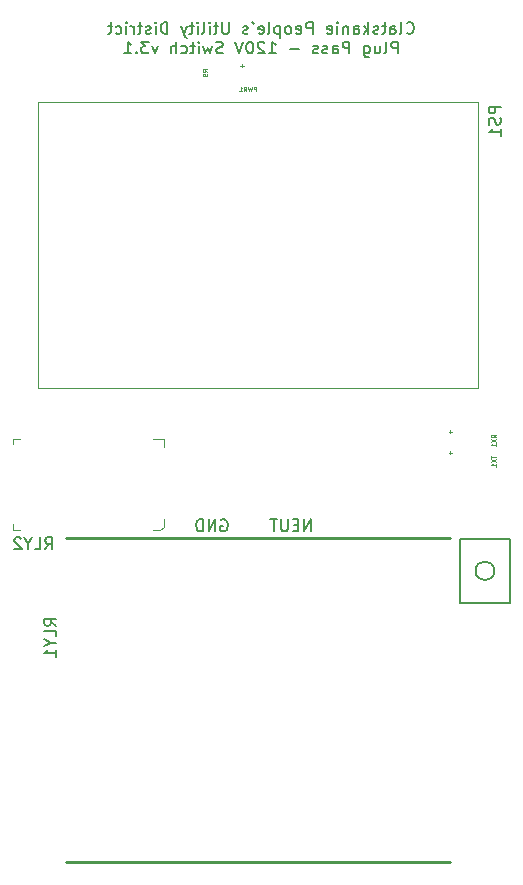
<source format=gbo>
G04 #@! TF.GenerationSoftware,KiCad,Pcbnew,(5.1.9)-1*
G04 #@! TF.CreationDate,2021-01-04T11:02:08-08:00*
G04 #@! TF.ProjectId,Plug_Pass,506c7567-5f50-4617-9373-2e6b69636164,v3.1*
G04 #@! TF.SameCoordinates,Original*
G04 #@! TF.FileFunction,Legend,Bot*
G04 #@! TF.FilePolarity,Positive*
%FSLAX46Y46*%
G04 Gerber Fmt 4.6, Leading zero omitted, Abs format (unit mm)*
G04 Created by KiCad (PCBNEW (5.1.9)-1) date 2021-01-04 11:02:08*
%MOMM*%
%LPD*%
G01*
G04 APERTURE LIST*
%ADD10C,0.150000*%
%ADD11C,0.120000*%
%ADD12C,0.127000*%
%ADD13C,0.250000*%
%ADD14C,0.100000*%
%ADD15C,0.038608*%
%ADD16C,0.050800*%
G04 APERTURE END LIST*
D10*
X165701714Y-55920142D02*
X165749333Y-55967761D01*
X165892190Y-56015380D01*
X165987428Y-56015380D01*
X166130285Y-55967761D01*
X166225523Y-55872523D01*
X166273142Y-55777285D01*
X166320761Y-55586809D01*
X166320761Y-55443952D01*
X166273142Y-55253476D01*
X166225523Y-55158238D01*
X166130285Y-55063000D01*
X165987428Y-55015380D01*
X165892190Y-55015380D01*
X165749333Y-55063000D01*
X165701714Y-55110619D01*
X165130285Y-56015380D02*
X165225523Y-55967761D01*
X165273142Y-55872523D01*
X165273142Y-55015380D01*
X164320761Y-56015380D02*
X164320761Y-55491571D01*
X164368380Y-55396333D01*
X164463619Y-55348714D01*
X164654095Y-55348714D01*
X164749333Y-55396333D01*
X164320761Y-55967761D02*
X164416000Y-56015380D01*
X164654095Y-56015380D01*
X164749333Y-55967761D01*
X164796952Y-55872523D01*
X164796952Y-55777285D01*
X164749333Y-55682047D01*
X164654095Y-55634428D01*
X164416000Y-55634428D01*
X164320761Y-55586809D01*
X163987428Y-55348714D02*
X163606476Y-55348714D01*
X163844571Y-55015380D02*
X163844571Y-55872523D01*
X163796952Y-55967761D01*
X163701714Y-56015380D01*
X163606476Y-56015380D01*
X163320761Y-55967761D02*
X163225523Y-56015380D01*
X163035047Y-56015380D01*
X162939809Y-55967761D01*
X162892190Y-55872523D01*
X162892190Y-55824904D01*
X162939809Y-55729666D01*
X163035047Y-55682047D01*
X163177904Y-55682047D01*
X163273142Y-55634428D01*
X163320761Y-55539190D01*
X163320761Y-55491571D01*
X163273142Y-55396333D01*
X163177904Y-55348714D01*
X163035047Y-55348714D01*
X162939809Y-55396333D01*
X162463619Y-56015380D02*
X162463619Y-55015380D01*
X162368380Y-55634428D02*
X162082666Y-56015380D01*
X162082666Y-55348714D02*
X162463619Y-55729666D01*
X161225523Y-56015380D02*
X161225523Y-55491571D01*
X161273142Y-55396333D01*
X161368380Y-55348714D01*
X161558857Y-55348714D01*
X161654095Y-55396333D01*
X161225523Y-55967761D02*
X161320761Y-56015380D01*
X161558857Y-56015380D01*
X161654095Y-55967761D01*
X161701714Y-55872523D01*
X161701714Y-55777285D01*
X161654095Y-55682047D01*
X161558857Y-55634428D01*
X161320761Y-55634428D01*
X161225523Y-55586809D01*
X160749333Y-55348714D02*
X160749333Y-56015380D01*
X160749333Y-55443952D02*
X160701714Y-55396333D01*
X160606476Y-55348714D01*
X160463619Y-55348714D01*
X160368380Y-55396333D01*
X160320761Y-55491571D01*
X160320761Y-56015380D01*
X159844571Y-56015380D02*
X159844571Y-55348714D01*
X159844571Y-55015380D02*
X159892190Y-55063000D01*
X159844571Y-55110619D01*
X159796952Y-55063000D01*
X159844571Y-55015380D01*
X159844571Y-55110619D01*
X158987428Y-55967761D02*
X159082666Y-56015380D01*
X159273142Y-56015380D01*
X159368380Y-55967761D01*
X159416000Y-55872523D01*
X159416000Y-55491571D01*
X159368380Y-55396333D01*
X159273142Y-55348714D01*
X159082666Y-55348714D01*
X158987428Y-55396333D01*
X158939809Y-55491571D01*
X158939809Y-55586809D01*
X159416000Y-55682047D01*
X157749333Y-56015380D02*
X157749333Y-55015380D01*
X157368380Y-55015380D01*
X157273142Y-55063000D01*
X157225523Y-55110619D01*
X157177904Y-55205857D01*
X157177904Y-55348714D01*
X157225523Y-55443952D01*
X157273142Y-55491571D01*
X157368380Y-55539190D01*
X157749333Y-55539190D01*
X156368380Y-55967761D02*
X156463619Y-56015380D01*
X156654095Y-56015380D01*
X156749333Y-55967761D01*
X156796952Y-55872523D01*
X156796952Y-55491571D01*
X156749333Y-55396333D01*
X156654095Y-55348714D01*
X156463619Y-55348714D01*
X156368380Y-55396333D01*
X156320761Y-55491571D01*
X156320761Y-55586809D01*
X156796952Y-55682047D01*
X155749333Y-56015380D02*
X155844571Y-55967761D01*
X155892190Y-55920142D01*
X155939809Y-55824904D01*
X155939809Y-55539190D01*
X155892190Y-55443952D01*
X155844571Y-55396333D01*
X155749333Y-55348714D01*
X155606476Y-55348714D01*
X155511238Y-55396333D01*
X155463619Y-55443952D01*
X155416000Y-55539190D01*
X155416000Y-55824904D01*
X155463619Y-55920142D01*
X155511238Y-55967761D01*
X155606476Y-56015380D01*
X155749333Y-56015380D01*
X154987428Y-55348714D02*
X154987428Y-56348714D01*
X154987428Y-55396333D02*
X154892190Y-55348714D01*
X154701714Y-55348714D01*
X154606476Y-55396333D01*
X154558857Y-55443952D01*
X154511238Y-55539190D01*
X154511238Y-55824904D01*
X154558857Y-55920142D01*
X154606476Y-55967761D01*
X154701714Y-56015380D01*
X154892190Y-56015380D01*
X154987428Y-55967761D01*
X153939809Y-56015380D02*
X154035047Y-55967761D01*
X154082666Y-55872523D01*
X154082666Y-55015380D01*
X153177904Y-55967761D02*
X153273142Y-56015380D01*
X153463619Y-56015380D01*
X153558857Y-55967761D01*
X153606476Y-55872523D01*
X153606476Y-55491571D01*
X153558857Y-55396333D01*
X153463619Y-55348714D01*
X153273142Y-55348714D01*
X153177904Y-55396333D01*
X153130285Y-55491571D01*
X153130285Y-55586809D01*
X153606476Y-55682047D01*
X152654095Y-55015380D02*
X152749333Y-55205857D01*
X152273142Y-55967761D02*
X152177904Y-56015380D01*
X151987428Y-56015380D01*
X151892190Y-55967761D01*
X151844571Y-55872523D01*
X151844571Y-55824904D01*
X151892190Y-55729666D01*
X151987428Y-55682047D01*
X152130285Y-55682047D01*
X152225523Y-55634428D01*
X152273142Y-55539190D01*
X152273142Y-55491571D01*
X152225523Y-55396333D01*
X152130285Y-55348714D01*
X151987428Y-55348714D01*
X151892190Y-55396333D01*
X150654095Y-55015380D02*
X150654095Y-55824904D01*
X150606476Y-55920142D01*
X150558857Y-55967761D01*
X150463619Y-56015380D01*
X150273142Y-56015380D01*
X150177904Y-55967761D01*
X150130285Y-55920142D01*
X150082666Y-55824904D01*
X150082666Y-55015380D01*
X149749333Y-55348714D02*
X149368380Y-55348714D01*
X149606476Y-55015380D02*
X149606476Y-55872523D01*
X149558857Y-55967761D01*
X149463619Y-56015380D01*
X149368380Y-56015380D01*
X149035047Y-56015380D02*
X149035047Y-55348714D01*
X149035047Y-55015380D02*
X149082666Y-55063000D01*
X149035047Y-55110619D01*
X148987428Y-55063000D01*
X149035047Y-55015380D01*
X149035047Y-55110619D01*
X148416000Y-56015380D02*
X148511238Y-55967761D01*
X148558857Y-55872523D01*
X148558857Y-55015380D01*
X148035047Y-56015380D02*
X148035047Y-55348714D01*
X148035047Y-55015380D02*
X148082666Y-55063000D01*
X148035047Y-55110619D01*
X147987428Y-55063000D01*
X148035047Y-55015380D01*
X148035047Y-55110619D01*
X147701714Y-55348714D02*
X147320761Y-55348714D01*
X147558857Y-55015380D02*
X147558857Y-55872523D01*
X147511238Y-55967761D01*
X147416000Y-56015380D01*
X147320761Y-56015380D01*
X147082666Y-55348714D02*
X146844571Y-56015380D01*
X146606476Y-55348714D02*
X146844571Y-56015380D01*
X146939809Y-56253476D01*
X146987428Y-56301095D01*
X147082666Y-56348714D01*
X145463619Y-56015380D02*
X145463619Y-55015380D01*
X145225523Y-55015380D01*
X145082666Y-55063000D01*
X144987428Y-55158238D01*
X144939809Y-55253476D01*
X144892190Y-55443952D01*
X144892190Y-55586809D01*
X144939809Y-55777285D01*
X144987428Y-55872523D01*
X145082666Y-55967761D01*
X145225523Y-56015380D01*
X145463619Y-56015380D01*
X144463619Y-56015380D02*
X144463619Y-55348714D01*
X144463619Y-55015380D02*
X144511238Y-55063000D01*
X144463619Y-55110619D01*
X144416000Y-55063000D01*
X144463619Y-55015380D01*
X144463619Y-55110619D01*
X144035047Y-55967761D02*
X143939809Y-56015380D01*
X143749333Y-56015380D01*
X143654095Y-55967761D01*
X143606476Y-55872523D01*
X143606476Y-55824904D01*
X143654095Y-55729666D01*
X143749333Y-55682047D01*
X143892190Y-55682047D01*
X143987428Y-55634428D01*
X144035047Y-55539190D01*
X144035047Y-55491571D01*
X143987428Y-55396333D01*
X143892190Y-55348714D01*
X143749333Y-55348714D01*
X143654095Y-55396333D01*
X143320761Y-55348714D02*
X142939809Y-55348714D01*
X143177904Y-55015380D02*
X143177904Y-55872523D01*
X143130285Y-55967761D01*
X143035047Y-56015380D01*
X142939809Y-56015380D01*
X142606476Y-56015380D02*
X142606476Y-55348714D01*
X142606476Y-55539190D02*
X142558857Y-55443952D01*
X142511238Y-55396333D01*
X142416000Y-55348714D01*
X142320761Y-55348714D01*
X141987428Y-56015380D02*
X141987428Y-55348714D01*
X141987428Y-55015380D02*
X142035047Y-55063000D01*
X141987428Y-55110619D01*
X141939809Y-55063000D01*
X141987428Y-55015380D01*
X141987428Y-55110619D01*
X141082666Y-55967761D02*
X141177904Y-56015380D01*
X141368380Y-56015380D01*
X141463619Y-55967761D01*
X141511238Y-55920142D01*
X141558857Y-55824904D01*
X141558857Y-55539190D01*
X141511238Y-55443952D01*
X141463619Y-55396333D01*
X141368380Y-55348714D01*
X141177904Y-55348714D01*
X141082666Y-55396333D01*
X140796952Y-55348714D02*
X140416000Y-55348714D01*
X140654095Y-55015380D02*
X140654095Y-55872523D01*
X140606476Y-55967761D01*
X140511238Y-56015380D01*
X140416000Y-56015380D01*
X164963619Y-57665380D02*
X164963619Y-56665380D01*
X164582666Y-56665380D01*
X164487428Y-56713000D01*
X164439809Y-56760619D01*
X164392190Y-56855857D01*
X164392190Y-56998714D01*
X164439809Y-57093952D01*
X164487428Y-57141571D01*
X164582666Y-57189190D01*
X164963619Y-57189190D01*
X163820761Y-57665380D02*
X163916000Y-57617761D01*
X163963619Y-57522523D01*
X163963619Y-56665380D01*
X163011238Y-56998714D02*
X163011238Y-57665380D01*
X163439809Y-56998714D02*
X163439809Y-57522523D01*
X163392190Y-57617761D01*
X163296952Y-57665380D01*
X163154095Y-57665380D01*
X163058857Y-57617761D01*
X163011238Y-57570142D01*
X162106476Y-56998714D02*
X162106476Y-57808238D01*
X162154095Y-57903476D01*
X162201714Y-57951095D01*
X162296952Y-57998714D01*
X162439809Y-57998714D01*
X162535047Y-57951095D01*
X162106476Y-57617761D02*
X162201714Y-57665380D01*
X162392190Y-57665380D01*
X162487428Y-57617761D01*
X162535047Y-57570142D01*
X162582666Y-57474904D01*
X162582666Y-57189190D01*
X162535047Y-57093952D01*
X162487428Y-57046333D01*
X162392190Y-56998714D01*
X162201714Y-56998714D01*
X162106476Y-57046333D01*
X160868380Y-57665380D02*
X160868380Y-56665380D01*
X160487428Y-56665380D01*
X160392190Y-56713000D01*
X160344571Y-56760619D01*
X160296952Y-56855857D01*
X160296952Y-56998714D01*
X160344571Y-57093952D01*
X160392190Y-57141571D01*
X160487428Y-57189190D01*
X160868380Y-57189190D01*
X159439809Y-57665380D02*
X159439809Y-57141571D01*
X159487428Y-57046333D01*
X159582666Y-56998714D01*
X159773142Y-56998714D01*
X159868380Y-57046333D01*
X159439809Y-57617761D02*
X159535047Y-57665380D01*
X159773142Y-57665380D01*
X159868380Y-57617761D01*
X159916000Y-57522523D01*
X159916000Y-57427285D01*
X159868380Y-57332047D01*
X159773142Y-57284428D01*
X159535047Y-57284428D01*
X159439809Y-57236809D01*
X159011238Y-57617761D02*
X158916000Y-57665380D01*
X158725523Y-57665380D01*
X158630285Y-57617761D01*
X158582666Y-57522523D01*
X158582666Y-57474904D01*
X158630285Y-57379666D01*
X158725523Y-57332047D01*
X158868380Y-57332047D01*
X158963619Y-57284428D01*
X159011238Y-57189190D01*
X159011238Y-57141571D01*
X158963619Y-57046333D01*
X158868380Y-56998714D01*
X158725523Y-56998714D01*
X158630285Y-57046333D01*
X158201714Y-57617761D02*
X158106476Y-57665380D01*
X157916000Y-57665380D01*
X157820761Y-57617761D01*
X157773142Y-57522523D01*
X157773142Y-57474904D01*
X157820761Y-57379666D01*
X157916000Y-57332047D01*
X158058857Y-57332047D01*
X158154095Y-57284428D01*
X158201714Y-57189190D01*
X158201714Y-57141571D01*
X158154095Y-57046333D01*
X158058857Y-56998714D01*
X157916000Y-56998714D01*
X157820761Y-57046333D01*
X156582666Y-57284428D02*
X155820761Y-57284428D01*
X154058857Y-57665380D02*
X154630285Y-57665380D01*
X154344571Y-57665380D02*
X154344571Y-56665380D01*
X154439809Y-56808238D01*
X154535047Y-56903476D01*
X154630285Y-56951095D01*
X153677904Y-56760619D02*
X153630285Y-56713000D01*
X153535047Y-56665380D01*
X153296952Y-56665380D01*
X153201714Y-56713000D01*
X153154095Y-56760619D01*
X153106476Y-56855857D01*
X153106476Y-56951095D01*
X153154095Y-57093952D01*
X153725523Y-57665380D01*
X153106476Y-57665380D01*
X152487428Y-56665380D02*
X152392190Y-56665380D01*
X152296952Y-56713000D01*
X152249333Y-56760619D01*
X152201714Y-56855857D01*
X152154095Y-57046333D01*
X152154095Y-57284428D01*
X152201714Y-57474904D01*
X152249333Y-57570142D01*
X152296952Y-57617761D01*
X152392190Y-57665380D01*
X152487428Y-57665380D01*
X152582666Y-57617761D01*
X152630285Y-57570142D01*
X152677904Y-57474904D01*
X152725523Y-57284428D01*
X152725523Y-57046333D01*
X152677904Y-56855857D01*
X152630285Y-56760619D01*
X152582666Y-56713000D01*
X152487428Y-56665380D01*
X151868380Y-56665380D02*
X151535047Y-57665380D01*
X151201714Y-56665380D01*
X150154095Y-57617761D02*
X150011238Y-57665380D01*
X149773142Y-57665380D01*
X149677904Y-57617761D01*
X149630285Y-57570142D01*
X149582666Y-57474904D01*
X149582666Y-57379666D01*
X149630285Y-57284428D01*
X149677904Y-57236809D01*
X149773142Y-57189190D01*
X149963619Y-57141571D01*
X150058857Y-57093952D01*
X150106476Y-57046333D01*
X150154095Y-56951095D01*
X150154095Y-56855857D01*
X150106476Y-56760619D01*
X150058857Y-56713000D01*
X149963619Y-56665380D01*
X149725523Y-56665380D01*
X149582666Y-56713000D01*
X149249333Y-56998714D02*
X149058857Y-57665380D01*
X148868380Y-57189190D01*
X148677904Y-57665380D01*
X148487428Y-56998714D01*
X148106476Y-57665380D02*
X148106476Y-56998714D01*
X148106476Y-56665380D02*
X148154095Y-56713000D01*
X148106476Y-56760619D01*
X148058857Y-56713000D01*
X148106476Y-56665380D01*
X148106476Y-56760619D01*
X147773142Y-56998714D02*
X147392190Y-56998714D01*
X147630285Y-56665380D02*
X147630285Y-57522523D01*
X147582666Y-57617761D01*
X147487428Y-57665380D01*
X147392190Y-57665380D01*
X146630285Y-57617761D02*
X146725523Y-57665380D01*
X146916000Y-57665380D01*
X147011238Y-57617761D01*
X147058857Y-57570142D01*
X147106476Y-57474904D01*
X147106476Y-57189190D01*
X147058857Y-57093952D01*
X147011238Y-57046333D01*
X146916000Y-56998714D01*
X146725523Y-56998714D01*
X146630285Y-57046333D01*
X146201714Y-57665380D02*
X146201714Y-56665380D01*
X145773142Y-57665380D02*
X145773142Y-57141571D01*
X145820761Y-57046333D01*
X145916000Y-56998714D01*
X146058857Y-56998714D01*
X146154095Y-57046333D01*
X146201714Y-57093952D01*
X144630285Y-56998714D02*
X144392190Y-57665380D01*
X144154095Y-56998714D01*
X143868380Y-56665380D02*
X143249333Y-56665380D01*
X143582666Y-57046333D01*
X143439809Y-57046333D01*
X143344571Y-57093952D01*
X143296952Y-57141571D01*
X143249333Y-57236809D01*
X143249333Y-57474904D01*
X143296952Y-57570142D01*
X143344571Y-57617761D01*
X143439809Y-57665380D01*
X143725523Y-57665380D01*
X143820761Y-57617761D01*
X143868380Y-57570142D01*
X142820761Y-57570142D02*
X142773142Y-57617761D01*
X142820761Y-57665380D01*
X142868380Y-57617761D01*
X142820761Y-57570142D01*
X142820761Y-57665380D01*
X141820761Y-57665380D02*
X142392190Y-57665380D01*
X142106476Y-57665380D02*
X142106476Y-56665380D01*
X142201714Y-56808238D01*
X142296952Y-56903476D01*
X142392190Y-56951095D01*
D11*
X171782000Y-86034000D02*
X171782000Y-61794000D01*
X134542000Y-86034000D02*
X171782000Y-86034000D01*
X134542000Y-61794000D02*
X134542000Y-86034000D01*
X171782000Y-61794000D02*
X134542000Y-61794000D01*
D12*
X174439000Y-98773000D02*
X174439000Y-104173000D01*
X170239000Y-98773000D02*
X174439000Y-98773000D01*
X170239000Y-104173000D02*
X170239000Y-98773000D01*
X174439000Y-104173000D02*
X170239000Y-104173000D01*
X173139000Y-101473000D02*
G75*
G03*
X173139000Y-101473000I-800000J0D01*
G01*
D13*
X136855200Y-98731800D02*
X169365200Y-98731800D01*
X136855200Y-126161800D02*
X169365200Y-126161800D01*
D14*
X132389000Y-90272000D02*
X132389000Y-90722000D01*
X133014000Y-90272000D02*
X132389000Y-90272000D01*
X132389000Y-98022000D02*
X132989000Y-98022000D01*
X132389000Y-97597000D02*
X132389000Y-98022000D01*
X132389000Y-97647000D02*
X132389000Y-97547000D01*
X145139000Y-90272000D02*
X145139000Y-90947000D01*
X144264000Y-90272000D02*
X145139000Y-90272000D01*
X145139000Y-97747000D02*
X145139000Y-97072000D01*
X144864000Y-98022000D02*
X145139000Y-97747000D01*
X144264000Y-98022000D02*
X144864000Y-98022000D01*
D10*
X173680380Y-62158714D02*
X172680380Y-62158714D01*
X172680380Y-62539666D01*
X172728000Y-62634904D01*
X172775619Y-62682523D01*
X172870857Y-62730142D01*
X173013714Y-62730142D01*
X173108952Y-62682523D01*
X173156571Y-62634904D01*
X173204190Y-62539666D01*
X173204190Y-62158714D01*
X173632761Y-63111095D02*
X173680380Y-63253952D01*
X173680380Y-63492047D01*
X173632761Y-63587285D01*
X173585142Y-63634904D01*
X173489904Y-63682523D01*
X173394666Y-63682523D01*
X173299428Y-63634904D01*
X173251809Y-63587285D01*
X173204190Y-63492047D01*
X173156571Y-63301571D01*
X173108952Y-63206333D01*
X173061333Y-63158714D01*
X172966095Y-63111095D01*
X172870857Y-63111095D01*
X172775619Y-63158714D01*
X172728000Y-63206333D01*
X172680380Y-63301571D01*
X172680380Y-63539666D01*
X172728000Y-63682523D01*
X173680380Y-64634904D02*
X173680380Y-64063476D01*
X173680380Y-64349190D02*
X172680380Y-64349190D01*
X172823238Y-64253952D01*
X172918476Y-64158714D01*
X172966095Y-64063476D01*
D15*
X172889575Y-91723996D02*
X172889575Y-91944613D01*
X173275655Y-91834304D02*
X172889575Y-91834304D01*
X172889575Y-92036537D02*
X173275655Y-92293923D01*
X172889575Y-92293923D02*
X173275655Y-92036537D01*
X173275655Y-92643234D02*
X173275655Y-92422617D01*
X173275655Y-92532925D02*
X172889575Y-92532925D01*
X172944729Y-92496156D01*
X172981499Y-92459386D01*
X172999883Y-92422617D01*
D16*
X169563142Y-91467214D02*
X169272857Y-91467214D01*
X169418000Y-91612357D02*
X169418000Y-91322071D01*
D15*
X173275655Y-90175805D02*
X173091807Y-90047112D01*
X173275655Y-89955188D02*
X172889575Y-89955188D01*
X172889575Y-90102266D01*
X172907960Y-90139036D01*
X172926344Y-90157420D01*
X172963114Y-90175805D01*
X173018268Y-90175805D01*
X173055038Y-90157420D01*
X173073422Y-90139036D01*
X173091807Y-90102266D01*
X173091807Y-89955188D01*
X172889575Y-90304499D02*
X173275655Y-90561885D01*
X172889575Y-90561885D02*
X173275655Y-90304499D01*
X173275655Y-90911196D02*
X173275655Y-90690579D01*
X173275655Y-90800887D02*
X172889575Y-90800887D01*
X172944729Y-90764118D01*
X172981499Y-90727348D01*
X172999883Y-90690579D01*
D16*
X169563142Y-89689214D02*
X169272857Y-89689214D01*
X169418000Y-89834357D02*
X169418000Y-89544071D01*
D15*
X148825615Y-59223670D02*
X148641767Y-59094977D01*
X148825615Y-59003053D02*
X148439535Y-59003053D01*
X148439535Y-59150131D01*
X148457920Y-59186900D01*
X148476304Y-59205285D01*
X148513074Y-59223670D01*
X148568228Y-59223670D01*
X148604998Y-59205285D01*
X148623382Y-59186900D01*
X148641767Y-59150131D01*
X148641767Y-59003053D01*
X148825615Y-59407518D02*
X148825615Y-59481057D01*
X148807230Y-59517826D01*
X148788845Y-59536211D01*
X148733691Y-59572980D01*
X148660152Y-59591365D01*
X148513074Y-59591365D01*
X148476304Y-59572980D01*
X148457920Y-59554596D01*
X148439535Y-59517826D01*
X148439535Y-59444287D01*
X148457920Y-59407518D01*
X148476304Y-59389133D01*
X148513074Y-59370748D01*
X148604998Y-59370748D01*
X148641767Y-59389133D01*
X148660152Y-59407518D01*
X148678537Y-59444287D01*
X148678537Y-59517826D01*
X148660152Y-59554596D01*
X148641767Y-59572980D01*
X148604998Y-59591365D01*
X152971620Y-60880655D02*
X152971620Y-60494575D01*
X152824542Y-60494575D01*
X152787773Y-60512960D01*
X152769388Y-60531344D01*
X152751003Y-60568114D01*
X152751003Y-60623268D01*
X152769388Y-60660038D01*
X152787773Y-60678422D01*
X152824542Y-60696807D01*
X152971620Y-60696807D01*
X152622310Y-60494575D02*
X152530386Y-60880655D01*
X152456847Y-60604883D01*
X152383308Y-60880655D01*
X152291384Y-60494575D01*
X151923689Y-60880655D02*
X152052382Y-60696807D01*
X152144306Y-60880655D02*
X152144306Y-60494575D01*
X151997228Y-60494575D01*
X151960459Y-60512960D01*
X151942074Y-60531344D01*
X151923689Y-60568114D01*
X151923689Y-60623268D01*
X151942074Y-60660038D01*
X151960459Y-60678422D01*
X151997228Y-60696807D01*
X152144306Y-60696807D01*
X151555994Y-60880655D02*
X151776611Y-60880655D01*
X151666302Y-60880655D02*
X151666302Y-60494575D01*
X151703072Y-60549729D01*
X151739841Y-60586499D01*
X151776611Y-60604883D01*
D16*
X151910142Y-58701214D02*
X151619857Y-58701214D01*
X151765000Y-58846357D02*
X151765000Y-58556071D01*
D10*
X136037580Y-106111800D02*
X135561390Y-105778466D01*
X136037580Y-105540371D02*
X135037580Y-105540371D01*
X135037580Y-105921323D01*
X135085200Y-106016561D01*
X135132819Y-106064180D01*
X135228057Y-106111800D01*
X135370914Y-106111800D01*
X135466152Y-106064180D01*
X135513771Y-106016561D01*
X135561390Y-105921323D01*
X135561390Y-105540371D01*
X136037580Y-107016561D02*
X136037580Y-106540371D01*
X135037580Y-106540371D01*
X135561390Y-107540371D02*
X136037580Y-107540371D01*
X135037580Y-107207038D02*
X135561390Y-107540371D01*
X135037580Y-107873704D01*
X136037580Y-108730847D02*
X136037580Y-108159419D01*
X136037580Y-108445133D02*
X135037580Y-108445133D01*
X135180438Y-108349895D01*
X135275676Y-108254657D01*
X135323295Y-108159419D01*
X149986904Y-97163000D02*
X150082142Y-97115380D01*
X150225000Y-97115380D01*
X150367857Y-97163000D01*
X150463095Y-97258238D01*
X150510714Y-97353476D01*
X150558333Y-97543952D01*
X150558333Y-97686809D01*
X150510714Y-97877285D01*
X150463095Y-97972523D01*
X150367857Y-98067761D01*
X150225000Y-98115380D01*
X150129761Y-98115380D01*
X149986904Y-98067761D01*
X149939285Y-98020142D01*
X149939285Y-97686809D01*
X150129761Y-97686809D01*
X149510714Y-98115380D02*
X149510714Y-97115380D01*
X148939285Y-98115380D01*
X148939285Y-97115380D01*
X148463095Y-98115380D02*
X148463095Y-97115380D01*
X148225000Y-97115380D01*
X148082142Y-97163000D01*
X147986904Y-97258238D01*
X147939285Y-97353476D01*
X147891666Y-97543952D01*
X147891666Y-97686809D01*
X147939285Y-97877285D01*
X147986904Y-97972523D01*
X148082142Y-98067761D01*
X148225000Y-98115380D01*
X148463095Y-98115380D01*
X157598857Y-98115380D02*
X157598857Y-97115380D01*
X157027428Y-98115380D01*
X157027428Y-97115380D01*
X156551238Y-97591571D02*
X156217904Y-97591571D01*
X156075047Y-98115380D02*
X156551238Y-98115380D01*
X156551238Y-97115380D01*
X156075047Y-97115380D01*
X155646476Y-97115380D02*
X155646476Y-97924904D01*
X155598857Y-98020142D01*
X155551238Y-98067761D01*
X155456000Y-98115380D01*
X155265523Y-98115380D01*
X155170285Y-98067761D01*
X155122666Y-98020142D01*
X155075047Y-97924904D01*
X155075047Y-97115380D01*
X154741714Y-97115380D02*
X154170285Y-97115380D01*
X154456000Y-98115380D02*
X154456000Y-97115380D01*
X135112000Y-99639380D02*
X135445333Y-99163190D01*
X135683428Y-99639380D02*
X135683428Y-98639380D01*
X135302476Y-98639380D01*
X135207238Y-98687000D01*
X135159619Y-98734619D01*
X135112000Y-98829857D01*
X135112000Y-98972714D01*
X135159619Y-99067952D01*
X135207238Y-99115571D01*
X135302476Y-99163190D01*
X135683428Y-99163190D01*
X134207238Y-99639380D02*
X134683428Y-99639380D01*
X134683428Y-98639380D01*
X133683428Y-99163190D02*
X133683428Y-99639380D01*
X134016761Y-98639380D02*
X133683428Y-99163190D01*
X133350095Y-98639380D01*
X133064380Y-98734619D02*
X133016761Y-98687000D01*
X132921523Y-98639380D01*
X132683428Y-98639380D01*
X132588190Y-98687000D01*
X132540571Y-98734619D01*
X132492952Y-98829857D01*
X132492952Y-98925095D01*
X132540571Y-99067952D01*
X133112000Y-99639380D01*
X132492952Y-99639380D01*
M02*

</source>
